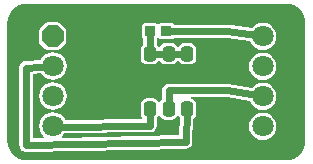
<source format=gtl>
G04 Layer_Physical_Order=1*
G04 Layer_Color=255*
%FSLAX44Y44*%
%MOMM*%
G71*
G01*
G75*
%ADD10R,0.8500X0.8500*%
G04:AMPARAMS|DCode=11|XSize=1.3mm|YSize=1mm|CornerRadius=0.25mm|HoleSize=0mm|Usage=FLASHONLY|Rotation=90.000|XOffset=0mm|YOffset=0mm|HoleType=Round|Shape=RoundedRectangle|*
%AMROUNDEDRECTD11*
21,1,1.3000,0.5000,0,0,90.0*
21,1,0.8000,1.0000,0,0,90.0*
1,1,0.5000,0.2500,0.4000*
1,1,0.5000,0.2500,-0.4000*
1,1,0.5000,-0.2500,-0.4000*
1,1,0.5000,-0.2500,0.4000*
%
%ADD11ROUNDEDRECTD11*%
%ADD12C,0.6000*%
%ADD13P,1.9483X8X292.5*%
%ADD14C,1.8000*%
G36*
X243149Y135831D02*
X246177Y134912D01*
X248967Y133420D01*
X251413Y131413D01*
X253421Y128967D01*
X254912Y126177D01*
X255831Y123149D01*
X256132Y120085D01*
X256115Y120000D01*
Y20000D01*
X256132Y19915D01*
X255831Y16851D01*
X254912Y13823D01*
X253421Y11033D01*
X251413Y8587D01*
X248967Y6579D01*
X246177Y5088D01*
X243149Y4169D01*
X240085Y3868D01*
X240000Y3885D01*
X20000D01*
X19915Y3868D01*
X16851Y4169D01*
X13823Y5088D01*
X11033Y6579D01*
X8587Y8587D01*
X6579Y11033D01*
X5088Y13823D01*
X4169Y16851D01*
X3868Y19915D01*
X3885Y20000D01*
Y120000D01*
X3868Y120085D01*
X4169Y123149D01*
X5088Y126177D01*
X6579Y128967D01*
X8587Y131413D01*
X11033Y133420D01*
X13823Y134912D01*
X16851Y135831D01*
X19915Y136132D01*
X20000Y136115D01*
X240000D01*
X240085Y136132D01*
X243149Y135831D01*
D02*
G37*
%LPC*%
G36*
X220000Y94840D02*
X216987Y94443D01*
X214180Y93280D01*
X211770Y91430D01*
X209920Y89020D01*
X208757Y86213D01*
X208361Y83200D01*
X208757Y80188D01*
X209920Y77380D01*
X211770Y74970D01*
X214180Y73120D01*
X216987Y71957D01*
X220000Y71561D01*
X223013Y71957D01*
X225820Y73120D01*
X228230Y74970D01*
X230080Y77380D01*
X231243Y80188D01*
X231640Y83200D01*
X231243Y86213D01*
X230080Y89020D01*
X228230Y91430D01*
X225820Y93280D01*
X223013Y94443D01*
X220000Y94840D01*
D02*
G37*
G36*
X42250Y69740D02*
X39237Y69343D01*
X36430Y68180D01*
X34020Y66330D01*
X32170Y63920D01*
X31007Y61113D01*
X30610Y58100D01*
X31007Y55087D01*
X32170Y52280D01*
X34020Y49870D01*
X36430Y48020D01*
X39237Y46857D01*
X42250Y46460D01*
X45262Y46857D01*
X48070Y48020D01*
X50480Y49870D01*
X52330Y52280D01*
X53493Y55087D01*
X53890Y58100D01*
X53493Y61113D01*
X52330Y63920D01*
X50480Y66330D01*
X48070Y68180D01*
X45262Y69343D01*
X42250Y69740D01*
D02*
G37*
G36*
X220000Y44040D02*
X216987Y43643D01*
X214180Y42480D01*
X211770Y40630D01*
X209920Y38220D01*
X208757Y35413D01*
X208361Y32400D01*
X208757Y29388D01*
X209920Y26580D01*
X211770Y24170D01*
X214180Y22320D01*
X216987Y21157D01*
X220000Y20761D01*
X223013Y21157D01*
X225820Y22320D01*
X228230Y24170D01*
X230080Y26580D01*
X231243Y29388D01*
X231640Y32400D01*
X231243Y35413D01*
X230080Y38220D01*
X228230Y40630D01*
X225820Y42480D01*
X223013Y43643D01*
X220000Y44040D01*
D02*
G37*
G36*
Y120240D02*
X216987Y119843D01*
X214180Y118680D01*
X211770Y116830D01*
X210863Y115649D01*
X194071Y118112D01*
X193912Y118219D01*
X191750Y118649D01*
X144870D01*
X144581Y119081D01*
X143741Y119643D01*
X142750Y119840D01*
X134250D01*
X133259Y119643D01*
X132419Y119081D01*
X132228Y118797D01*
X130772D01*
X130581Y119081D01*
X129741Y119643D01*
X128750Y119840D01*
X120250D01*
X119259Y119643D01*
X118419Y119081D01*
X117857Y118241D01*
X117660Y117250D01*
Y108750D01*
X117857Y107759D01*
X118419Y106919D01*
X118851Y106630D01*
Y101958D01*
X118366Y101634D01*
X117252Y99966D01*
X116861Y98000D01*
Y90000D01*
X117252Y88034D01*
X118366Y86366D01*
X120034Y85253D01*
X122000Y84861D01*
X127000D01*
X128967Y85253D01*
X130634Y86366D01*
X131717Y87987D01*
X132016Y88034D01*
X132734D01*
X133033Y87987D01*
X134116Y86366D01*
X135784Y85253D01*
X137750Y84861D01*
X142750D01*
X144717Y85253D01*
X146384Y86366D01*
X147467Y87987D01*
X147766Y88034D01*
X148484D01*
X148783Y87987D01*
X149866Y86366D01*
X151533Y85253D01*
X153500Y84861D01*
X158500D01*
X160466Y85253D01*
X162134Y86366D01*
X163248Y88034D01*
X163639Y90000D01*
Y98000D01*
X163248Y99966D01*
X162134Y101634D01*
X160466Y102748D01*
X158500Y103139D01*
X153500D01*
X151533Y102748D01*
X149866Y101634D01*
X148783Y100013D01*
X148484Y99966D01*
X147766D01*
X147467Y100013D01*
X146384Y101634D01*
X144717Y102748D01*
X142750Y103139D01*
X137750D01*
X135784Y102748D01*
X134116Y101634D01*
X133033Y100013D01*
X132734Y99966D01*
X132016D01*
X131717Y100013D01*
X130634Y101634D01*
X130148Y101958D01*
Y106630D01*
X130581Y106919D01*
X130772Y107204D01*
X132228D01*
X132419Y106919D01*
X133259Y106357D01*
X134250Y106160D01*
X142750D01*
X143741Y106357D01*
X144581Y106919D01*
X144870Y107352D01*
X189588D01*
X209219Y104472D01*
X209920Y102780D01*
X211770Y100370D01*
X214180Y98520D01*
X216987Y97357D01*
X220000Y96960D01*
X223013Y97357D01*
X225820Y98520D01*
X228230Y100370D01*
X230080Y102780D01*
X231243Y105588D01*
X231640Y108600D01*
X231243Y111613D01*
X230080Y114420D01*
X228230Y116830D01*
X225820Y118680D01*
X223013Y119843D01*
X220000Y120240D01*
D02*
G37*
G36*
X46750Y120490D02*
X37750D01*
X36759Y120293D01*
X35919Y119731D01*
X31419Y115231D01*
X30857Y114391D01*
X30660Y113400D01*
Y104400D01*
X30857Y103409D01*
X31419Y102569D01*
X35919Y98069D01*
X36759Y97507D01*
X37750Y97310D01*
X46750D01*
X47741Y97507D01*
X48581Y98069D01*
X53081Y102569D01*
X53643Y103409D01*
X53840Y104400D01*
Y113400D01*
X53643Y114391D01*
X53081Y115231D01*
X48581Y119731D01*
X47741Y120293D01*
X46750Y120490D01*
D02*
G37*
G36*
X42250Y95140D02*
X39237Y94743D01*
X36430Y93580D01*
X34020Y91730D01*
X32170Y89320D01*
X31866Y88587D01*
X19190Y87890D01*
X18270Y87654D01*
X17338Y87469D01*
X17208Y87381D01*
X17055Y87342D01*
X16296Y86772D01*
X15506Y86244D01*
X15418Y86113D01*
X15293Y86019D01*
X14809Y85202D01*
X14282Y84412D01*
X14251Y84257D01*
X14171Y84122D01*
X14037Y83182D01*
X13851Y82250D01*
Y16500D01*
X13863Y16443D01*
X13853Y16385D01*
X14078Y15364D01*
X14282Y14338D01*
X14314Y14290D01*
X14326Y14233D01*
X14925Y13375D01*
X15506Y12506D01*
X15554Y12473D01*
X15588Y12426D01*
X16469Y11862D01*
X17338Y11281D01*
X17396Y11270D01*
X17445Y11239D01*
X18475Y11056D01*
X19500Y10852D01*
X19557Y10863D01*
X19615Y10853D01*
X154865Y13603D01*
X155764Y13801D01*
X156675Y13939D01*
X156835Y14036D01*
X157017Y14076D01*
X157772Y14604D01*
X158560Y15080D01*
X158671Y15231D01*
X158825Y15338D01*
X159321Y16114D01*
X159866Y16856D01*
X159911Y17037D01*
X160011Y17195D01*
X160173Y18102D01*
X160393Y18996D01*
X161285Y38799D01*
X162134Y39366D01*
X163248Y41034D01*
X163639Y43000D01*
Y51000D01*
X163248Y52966D01*
X162134Y54634D01*
X160466Y55748D01*
X158788Y56082D01*
X158913Y57351D01*
X189514D01*
X209101Y53956D01*
X209920Y51980D01*
X211770Y49570D01*
X214180Y47720D01*
X216987Y46557D01*
X220000Y46160D01*
X223013Y46557D01*
X225820Y47720D01*
X228230Y49570D01*
X230080Y51980D01*
X231243Y54788D01*
X231640Y57800D01*
X231243Y60813D01*
X230080Y63620D01*
X228230Y66030D01*
X225820Y67880D01*
X223013Y69043D01*
X220000Y69440D01*
X216987Y69043D01*
X214180Y67880D01*
X211770Y66030D01*
X211044Y65085D01*
X190965Y68566D01*
X190478Y68554D01*
X190000Y68649D01*
X140250D01*
X138088Y68219D01*
X136256Y66994D01*
X135031Y65162D01*
X134601Y63000D01*
Y54958D01*
X134116Y54634D01*
X133033Y53013D01*
X132734Y52966D01*
X132016D01*
X131717Y53013D01*
X130634Y54634D01*
X128967Y55748D01*
X127000Y56139D01*
X122000D01*
X120034Y55748D01*
X118366Y54634D01*
X117252Y52966D01*
X116861Y51000D01*
Y43000D01*
X117252Y41034D01*
X118052Y39836D01*
X117463Y38559D01*
X52659Y37727D01*
X52330Y38520D01*
X50480Y40930D01*
X48070Y42780D01*
X45262Y43943D01*
X42250Y44340D01*
X39237Y43943D01*
X36430Y42780D01*
X34020Y40930D01*
X32170Y38520D01*
X31007Y35713D01*
X30610Y32700D01*
X31007Y29688D01*
X32170Y26880D01*
X34020Y24470D01*
X34977Y23735D01*
X34558Y22456D01*
X26056Y22283D01*
X25148Y23172D01*
Y76903D01*
X32458Y77305D01*
X34020Y75270D01*
X36430Y73420D01*
X39237Y72257D01*
X42250Y71860D01*
X45262Y72257D01*
X48070Y73420D01*
X50480Y75270D01*
X52330Y77680D01*
X53493Y80487D01*
X53890Y83500D01*
X53493Y86513D01*
X52330Y89320D01*
X50480Y91730D01*
X48070Y93580D01*
X45262Y94743D01*
X42250Y95140D01*
D02*
G37*
%LPD*%
G36*
X133033Y40987D02*
X134116Y39366D01*
X135784Y38252D01*
X137750Y37861D01*
X142750D01*
X144717Y38252D01*
X146384Y39366D01*
X147467Y40987D01*
X147766Y41034D01*
X148484D01*
X148783Y40987D01*
X149866Y39366D01*
X149998Y39279D01*
X149345Y24790D01*
X50254Y22775D01*
X49834Y23973D01*
X50480Y24470D01*
X51977Y26420D01*
X124572Y27352D01*
X125616Y27573D01*
X126662Y27782D01*
X126692Y27802D01*
X126728Y27810D01*
X127607Y28414D01*
X128494Y29006D01*
X128515Y29037D01*
X128545Y29058D01*
X129126Y29952D01*
X129719Y30838D01*
X129726Y30875D01*
X129746Y30906D01*
X129941Y31955D01*
X130148Y33000D01*
Y39042D01*
X130634Y39366D01*
X131717Y40987D01*
X132016Y41034D01*
X132734D01*
X133033Y40987D01*
D02*
G37*
D10*
X138500Y113000D02*
D03*
X124500D02*
D03*
D11*
Y47000D02*
D03*
X140250D02*
D03*
X156000D02*
D03*
Y94000D02*
D03*
X140250D02*
D03*
X124500D02*
D03*
D12*
X140250D01*
X156000D01*
X124500D02*
Y113000D01*
Y33000D02*
Y47000D01*
X140250D02*
Y63000D01*
X190000D01*
X220000Y57800D01*
X190000Y113000D02*
X220000Y108600D01*
X138500Y113000D02*
X190000D01*
X191750D01*
X42260Y31944D02*
X124500Y33000D01*
X154750Y19250D02*
X156000Y47000D01*
X19500Y16500D02*
X154750Y19250D01*
X19500Y16500D02*
Y82250D01*
X42250Y83500D01*
D13*
Y108900D02*
D03*
D14*
Y83500D02*
D03*
Y58100D02*
D03*
Y32700D02*
D03*
X220000Y108600D02*
D03*
Y32400D02*
D03*
Y57800D02*
D03*
Y83200D02*
D03*
M02*

</source>
